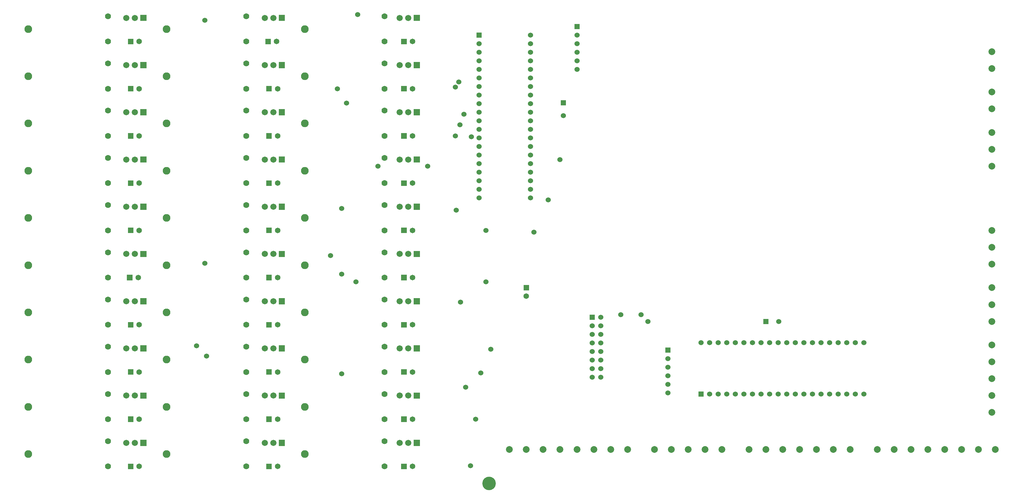
<source format=gbr>
G04 start of page 9 for group 7 idx 7 *
G04 Title: (unknown), signal3 *
G04 Creator: pcb 20091103 *
G04 CreationDate: Чтв 05 Июл 2012 10:45:54 UTC *
G04 For: aml *
G04 Format: Gerber/RS-274X *
G04 PCB-Dimensions: 1259850 590550 *
G04 PCB-Coordinate-Origin: lower left *
%MOIN*%
%FSLAX25Y25*%
%LNGROUP7*%
%ADD11C,0.0650*%
%ADD17C,0.0500*%
%ADD18C,0.0600*%
%ADD19C,0.0720*%
%ADD20C,0.0200*%
%ADD21C,0.0700*%
%ADD22C,0.0900*%
%ADD23C,0.0787*%
%ADD24C,0.1575*%
%ADD26C,0.0420*%
%ADD27C,0.0430*%
%ADD28C,0.0380*%
%ADD29C,0.0300*%
%ADD30C,0.0394*%
%ADD31C,0.0236*%
%ADD32C,0.0336*%
%ADD33C,0.1181*%
%ADD34C,0.1260*%
%ADD35C,0.0350*%
G54D19*X350394Y118109D03*
G54D20*G36*
X356794Y121709D02*Y114509D01*
X363994D01*
Y121709D01*
X356794D01*
G37*
G54D19*X340394Y118109D03*
X350394Y173227D03*
G54D20*G36*
X356794Y176827D02*Y169627D01*
X363994D01*
Y176827D01*
X356794D01*
G37*
G54D19*X340394Y173227D03*
G54D20*G36*
X342144Y204036D02*Y197536D01*
X348644D01*
Y204036D01*
X342144D01*
G37*
G54D11*X355394Y200786D03*
G54D19*X350394Y228345D03*
X340394D03*
G54D20*G36*
X356794Y231945D02*Y224745D01*
X363994D01*
Y231945D01*
X356794D01*
G37*
G36*
X342144Y148918D02*Y142418D01*
X348644D01*
Y148918D01*
X342144D01*
G37*
G54D11*X355394Y145668D03*
G54D19*X350394Y283463D03*
Y338581D03*
Y393700D03*
Y559054D03*
Y62991D03*
G54D20*G36*
X356794Y287063D02*Y279863D01*
X363994D01*
Y287063D01*
X356794D01*
G37*
G36*
Y342181D02*Y334981D01*
X363994D01*
Y342181D01*
X356794D01*
G37*
G36*
Y397300D02*Y390100D01*
X363994D01*
Y397300D01*
X356794D01*
G37*
G36*
Y562654D02*Y555454D01*
X363994D01*
Y562654D01*
X356794D01*
G37*
G36*
Y66591D02*Y59391D01*
X363994D01*
Y66591D01*
X356794D01*
G37*
G54D19*X340394Y283463D03*
Y338581D03*
Y393700D03*
Y559054D03*
Y62991D03*
G54D20*G36*
X342144Y259154D02*Y252654D01*
X348644D01*
Y259154D01*
X342144D01*
G37*
G36*
Y369391D02*Y362891D01*
X348644D01*
Y369391D01*
X342144D01*
G37*
G36*
Y424509D02*Y418009D01*
X348644D01*
Y424509D01*
X342144D01*
G37*
G36*
Y93800D02*Y87300D01*
X348644D01*
Y93800D01*
X342144D01*
G37*
G36*
X341081Y534745D02*Y528245D01*
X347581D01*
Y534745D01*
X341081D01*
G37*
G54D11*X355394Y255904D03*
Y366141D03*
Y421259D03*
Y90550D03*
X354331Y531495D03*
G54D20*G36*
X342144Y314272D02*Y307772D01*
X348644D01*
Y314272D01*
X342144D01*
G37*
G54D11*X355394Y311022D03*
G54D19*X188976Y393700D03*
G54D20*G36*
X195376Y397300D02*Y390100D01*
X202576D01*
Y397300D01*
X195376D01*
G37*
G54D19*X178976Y393700D03*
G54D21*X157480Y395641D03*
Y366141D03*
Y340522D03*
G54D19*X188976Y338581D03*
G54D20*G36*
X195376Y342181D02*Y334981D01*
X202576D01*
Y342181D01*
X195376D01*
G37*
G54D11*X193976Y366141D03*
Y421259D03*
G54D19*X178976Y228345D03*
Y338581D03*
Y559054D03*
G54D21*X157480Y421259D03*
G54D20*G36*
X180726Y424509D02*Y418009D01*
X187226D01*
Y424509D01*
X180726D01*
G37*
G54D21*X157480Y560995D03*
Y531495D03*
G54D20*G36*
X180726Y369391D02*Y362891D01*
X187226D01*
Y369391D01*
X180726D01*
G37*
G36*
Y479627D02*Y473127D01*
X187226D01*
Y479627D01*
X180726D01*
G37*
G36*
Y534745D02*Y528245D01*
X187226D01*
Y534745D01*
X180726D01*
G37*
G54D11*X193976Y531495D03*
G54D20*G36*
X180726Y314272D02*Y307772D01*
X187226D01*
Y314272D01*
X180726D01*
G37*
G54D11*X193976Y311022D03*
G54D20*G36*
X179663Y259154D02*Y252654D01*
X186163D01*
Y259154D01*
X179663D01*
G37*
G54D11*X192913Y255904D03*
G54D21*X157480Y230286D03*
Y285404D03*
Y255904D03*
Y311022D03*
G54D19*X350394Y503936D03*
X340394D03*
G54D21*X157480Y505877D03*
X318898D03*
G54D20*G36*
X356794Y507536D02*Y500336D01*
X363994D01*
Y507536D01*
X356794D01*
G37*
G54D19*X188976Y503936D03*
G54D20*G36*
X195376Y507536D02*Y500336D01*
X202576D01*
Y507536D01*
X195376D01*
G37*
G54D19*X178976Y503936D03*
G54D21*X157480Y476377D03*
G54D22*X225898Y490877D03*
G54D19*X350394Y448818D03*
G54D20*G36*
X356794Y452418D02*Y445218D01*
X363994D01*
Y452418D01*
X356794D01*
G37*
G54D19*X340394Y448818D03*
G54D20*G36*
X342144Y479627D02*Y473127D01*
X348644D01*
Y479627D01*
X342144D01*
G37*
G54D11*X355394Y476377D03*
G54D21*X318898Y450759D03*
Y560995D03*
Y531495D03*
Y476377D03*
G54D22*X387316Y545995D03*
X225898D03*
G54D21*X157480Y450759D03*
G54D19*X188976Y448818D03*
G54D20*G36*
X195376Y452418D02*Y445218D01*
X202576D01*
Y452418D01*
X195376D01*
G37*
G54D19*X178976Y448818D03*
X188976Y559054D03*
G54D20*G36*
X195376Y562654D02*Y555454D01*
X202576D01*
Y562654D01*
X195376D01*
G37*
G54D11*X193976Y476377D03*
G54D22*X64480Y545995D03*
Y490877D03*
X387316D03*
X64480Y435759D03*
Y380641D03*
Y325522D03*
G54D21*X318898Y340522D03*
Y311022D03*
G54D22*X387316Y325522D03*
Y270404D03*
X225898Y325522D03*
Y380641D03*
Y435759D03*
Y270404D03*
G54D21*X318898Y395641D03*
Y421259D03*
Y230286D03*
Y285404D03*
Y255904D03*
Y366141D03*
G54D22*X387316Y380641D03*
Y435759D03*
G54D19*X188976Y283463D03*
G54D20*G36*
X195376Y287063D02*Y279863D01*
X202576D01*
Y287063D01*
X195376D01*
G37*
G54D19*X178976Y283463D03*
X188976Y228345D03*
G54D22*X225898Y215286D03*
G54D20*G36*
X342144Y38682D02*Y32182D01*
X348644D01*
Y38682D01*
X342144D01*
G37*
G54D11*X355394Y35432D03*
G54D22*X387316Y49932D03*
Y160168D03*
Y105050D03*
Y215286D03*
G54D21*X318898Y200786D03*
Y175168D03*
Y64932D03*
Y120050D03*
Y90550D03*
Y145668D03*
Y35432D03*
G54D19*X178976Y62991D03*
G54D20*G36*
X180726Y38682D02*Y32182D01*
X187226D01*
Y38682D01*
X180726D01*
G37*
G54D21*X157480Y35432D03*
G54D11*X193976D03*
G54D21*X157480Y90550D03*
Y64932D03*
G54D19*X188976Y62991D03*
G54D20*G36*
X195376Y66591D02*Y59391D01*
X202576D01*
Y66591D01*
X195376D01*
G37*
G36*
X180726Y148918D02*Y142418D01*
X187226D01*
Y148918D01*
X180726D01*
G37*
G54D11*X193976Y145668D03*
G54D20*G36*
X180726Y93800D02*Y87300D01*
X187226D01*
Y93800D01*
X180726D01*
G37*
G54D11*X193976Y90550D03*
G54D22*X225898Y49932D03*
Y105050D03*
Y160168D03*
G54D20*G36*
X195376Y231945D02*Y224745D01*
X202576D01*
Y231945D01*
X195376D01*
G37*
G54D19*X188976Y118109D03*
G54D20*G36*
X195376Y121709D02*Y114509D01*
X202576D01*
Y121709D01*
X195376D01*
G37*
G54D19*X178976Y118109D03*
G54D21*X157480Y120050D03*
G54D22*X64480Y105050D03*
Y160168D03*
G54D19*X188976Y173227D03*
G54D20*G36*
X195376Y176827D02*Y169627D01*
X202576D01*
Y176827D01*
X195376D01*
G37*
G54D19*X178976Y173227D03*
G54D21*X157480Y145668D03*
G54D22*X64480Y215286D03*
Y270404D03*
Y49932D03*
G54D21*X157480Y175168D03*
Y200786D03*
G54D20*G36*
X180726Y204036D02*Y197536D01*
X187226D01*
Y204036D01*
X180726D01*
G37*
G54D11*X193976Y200786D03*
G54D19*X507874Y62991D03*
Y173227D03*
Y118109D03*
Y228345D03*
G54D20*G36*
X514274Y66591D02*Y59391D01*
X521474D01*
Y66591D01*
X514274D01*
G37*
G36*
Y176827D02*Y169627D01*
X521474D01*
Y176827D01*
X514274D01*
G37*
G36*
Y121709D02*Y114509D01*
X521474D01*
Y121709D01*
X514274D01*
G37*
G36*
Y231945D02*Y224745D01*
X521474D01*
Y231945D01*
X514274D01*
G37*
G54D19*X497874Y62991D03*
Y173227D03*
Y118109D03*
Y228345D03*
G54D21*X480316Y175168D03*
Y145668D03*
Y230286D03*
Y200786D03*
Y340522D03*
Y311022D03*
Y395641D03*
Y366141D03*
Y421259D03*
Y505877D03*
Y476377D03*
Y450759D03*
Y560995D03*
Y531495D03*
Y285404D03*
Y255904D03*
G54D20*G36*
X499624Y38682D02*Y32182D01*
X506124D01*
Y38682D01*
X499624D01*
G37*
G54D21*X480316Y35432D03*
G54D11*X512874D03*
G54D21*X480316Y64932D03*
Y120050D03*
Y90550D03*
G54D20*G36*
X719441Y212448D02*Y206448D01*
X725441D01*
Y212448D01*
X719441D01*
G37*
G54D18*X732441Y209448D03*
X722441Y199448D03*
X732441D03*
X722441Y189448D03*
X732441D03*
X722441Y179448D03*
Y169448D03*
Y159448D03*
Y149448D03*
Y139448D03*
X732441Y179448D03*
Y169448D03*
Y159448D03*
Y149448D03*
Y139448D03*
G54D20*G36*
X808024Y174416D02*Y168416D01*
X814024D01*
Y174416D01*
X808024D01*
G37*
G54D18*X811024Y161416D03*
Y151416D03*
Y141416D03*
Y131416D03*
Y121416D03*
G54D20*G36*
X846448Y122841D02*Y116841D01*
X852448D01*
Y122841D01*
X846448D01*
G37*
G54D18*X859448Y119841D03*
X869448D03*
X879448D03*
X889448D03*
X899448D03*
X909448D03*
X919448D03*
G54D20*G36*
X701724Y551857D02*Y545857D01*
X707724D01*
Y551857D01*
X701724D01*
G37*
G54D18*X704724Y538857D03*
Y528857D03*
Y518857D03*
Y508857D03*
Y498857D03*
G54D23*Y55117D03*
X724409D03*
X744094D03*
G54D18*X650551Y348818D03*
Y358818D03*
G54D20*G36*
X642419Y247343D02*Y240843D01*
X648919D01*
Y247343D01*
X642419D01*
G37*
G54D11*X645669Y234093D03*
G54D18*X650551Y368818D03*
Y378818D03*
Y388818D03*
Y398818D03*
G54D20*G36*
X685976Y462881D02*Y456881D01*
X691976D01*
Y462881D01*
X685976D01*
G37*
G54D18*X688976Y444881D03*
G54D23*X625984Y55117D03*
X645669D03*
X665354D03*
X685039D03*
G54D18*X929448Y119841D03*
X939448D03*
X949448D03*
X959448D03*
X969448D03*
X979448D03*
X989448D03*
X999448D03*
G54D23*X925197Y55117D03*
X944882D03*
X964567D03*
X984252D03*
G54D18*X1009448Y119841D03*
X1019448D03*
X1029448D03*
X1039448D03*
Y179841D03*
X1029448D03*
X1019448D03*
X1009448D03*
G54D23*X1188976Y271652D03*
Y177164D03*
Y244093D03*
Y204723D03*
Y224408D03*
Y137794D03*
Y157479D03*
Y98424D03*
Y118109D03*
G54D18*X999448Y179841D03*
X989448D03*
X979448D03*
X969448D03*
X959448D03*
X949448D03*
X939448D03*
X929448D03*
G54D20*G36*
X922197Y207723D02*Y201723D01*
X928197D01*
Y207723D01*
X922197D01*
G37*
G54D18*X940197Y204723D03*
X919448Y179841D03*
X909448D03*
X899448D03*
X889448D03*
X879448D03*
X869448D03*
X859448D03*
X849448D03*
G54D23*X1055118Y55117D03*
X1003937D03*
X1023622D03*
X1074803D03*
X1094488D03*
X1114173D03*
X1133858D03*
X1153543D03*
X1173228D03*
X1192913D03*
X905512D03*
X834646D03*
X795276D03*
X814961D03*
X763779D03*
X854331D03*
X874016D03*
X1188976Y311022D03*
Y385826D03*
Y291337D03*
Y425196D03*
Y405511D03*
Y519684D03*
Y499999D03*
Y472440D03*
Y452755D03*
G54D20*G36*
X587551Y541818D02*Y535818D01*
X593551D01*
Y541818D01*
X587551D01*
G37*
G54D18*X590551Y528818D03*
Y518818D03*
Y508818D03*
Y498818D03*
Y488818D03*
Y478818D03*
Y468818D03*
Y458818D03*
Y448818D03*
Y438818D03*
Y428818D03*
Y418818D03*
Y408818D03*
Y398818D03*
Y388818D03*
Y378818D03*
Y368818D03*
Y358818D03*
Y348818D03*
X650551Y408818D03*
Y418818D03*
Y428818D03*
Y438818D03*
Y448818D03*
Y458818D03*
Y468818D03*
Y478818D03*
Y488818D03*
Y498818D03*
Y508818D03*
Y518818D03*
Y528818D03*
Y538818D03*
G54D20*G36*
X499624Y259154D02*Y252654D01*
X506124D01*
Y259154D01*
X499624D01*
G37*
G54D11*X512874Y255904D03*
G54D19*X507874Y283463D03*
G54D20*G36*
X514274Y287063D02*Y279863D01*
X521474D01*
Y287063D01*
X514274D01*
G37*
G54D19*X497874Y283463D03*
G54D20*G36*
X499624Y204036D02*Y197536D01*
X506124D01*
Y204036D01*
X499624D01*
G37*
G36*
Y93800D02*Y87300D01*
X506124D01*
Y93800D01*
X499624D01*
G37*
G36*
Y148918D02*Y142418D01*
X506124D01*
Y148918D01*
X499624D01*
G37*
G54D11*X512874Y200786D03*
Y90550D03*
Y145668D03*
G54D20*G36*
X499624Y314272D02*Y307772D01*
X506124D01*
Y314272D01*
X499624D01*
G37*
G54D11*X512874Y311022D03*
G54D19*X507874Y338581D03*
G54D20*G36*
X514274Y342181D02*Y334981D01*
X521474D01*
Y342181D01*
X514274D01*
G37*
G54D19*X497874Y338581D03*
G54D11*X512874Y421259D03*
Y476377D03*
Y531495D03*
Y366141D03*
G54D19*X507874Y393700D03*
X497874D03*
X507874Y448818D03*
G54D20*G36*
X514274Y397300D02*Y390100D01*
X521474D01*
Y397300D01*
X514274D01*
G37*
G36*
Y507536D02*Y500336D01*
X521474D01*
Y507536D01*
X514274D01*
G37*
G36*
Y562654D02*Y555454D01*
X521474D01*
Y562654D01*
X514274D01*
G37*
G54D19*X507874Y503936D03*
X497874D03*
X507874Y559054D03*
X497874D03*
G54D20*G36*
X514274Y452418D02*Y445218D01*
X521474D01*
Y452418D01*
X514274D01*
G37*
G54D19*X497874Y448818D03*
G54D20*G36*
X499624Y424509D02*Y418009D01*
X506124D01*
Y424509D01*
X499624D01*
G37*
G36*
Y479627D02*Y473127D01*
X506124D01*
Y479627D01*
X499624D01*
G37*
G36*
Y534745D02*Y528245D01*
X506124D01*
Y534745D01*
X499624D01*
G37*
G36*
Y369391D02*Y362891D01*
X506124D01*
Y369391D01*
X499624D01*
G37*
G54D24*X602362Y15747D03*
G54D18*X592520Y144684D03*
X580709Y36416D03*
X586614Y90550D03*
X598425Y250983D03*
X604331Y172243D03*
X562992Y478345D03*
X568898Y227361D03*
X563976Y334644D03*
X574803Y127952D03*
X572835Y446456D03*
X568110Y434251D03*
X562992Y421259D03*
X530512Y385826D03*
X581693Y420274D03*
X671260Y346456D03*
X685039Y393700D03*
X598425Y311022D03*
X654527Y309054D03*
X260827Y176180D03*
X755906Y212597D03*
X779528D03*
X787402Y204723D03*
X566929Y484251D03*
X448819Y562991D03*
X270669Y556101D03*
X425197Y476377D03*
X472441Y385826D03*
X436024Y459644D03*
X430118Y336613D03*
Y259841D03*
X446850Y250983D03*
X417323Y281495D03*
X270669Y272637D03*
X272638Y164369D03*
X430118Y143700D03*
G54D26*G54D27*G54D26*G54D27*G54D26*G54D27*G54D26*G54D17*G54D26*G54D27*G54D26*G54D17*G54D27*G54D17*G54D27*G54D17*G54D26*G54D17*G54D26*G54D17*G54D21*G54D26*G54D27*G54D17*G54D21*G54D17*G54D26*G54D27*G54D21*G54D17*G54D21*G54D17*G54D21*G54D26*G54D21*G54D27*G54D21*G54D17*G54D26*G54D27*G54D17*G54D27*G54D17*G54D26*G54D27*G54D21*G54D26*G54D17*G54D21*G54D26*G54D17*G54D21*G54D17*G54D27*G54D26*G54D17*G54D27*G54D17*G54D27*G54D17*G54D28*G54D29*G54D28*G54D30*G54D29*G54D27*G54D29*G54D30*G54D29*G54D30*G54D29*G54D30*G54D29*G54D30*G54D29*G54D27*G54D26*G54D27*G54D26*G54D27*G54D26*G54D27*G54D23*G54D31*G54D32*G54D31*G54D33*G54D34*G54D31*G54D35*G54D31*G54D34*G54D31*G54D34*G54D31*G54D33*M02*

</source>
